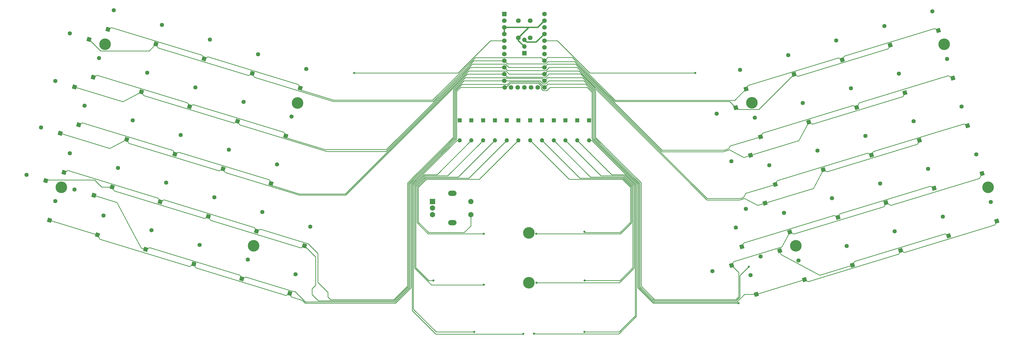
<source format=gtl>
G04 #@! TF.GenerationSoftware,KiCad,Pcbnew,8.0.6*
G04 #@! TF.CreationDate,2024-10-28T13:20:39+01:00*
G04 #@! TF.ProjectId,pteranodon,70746572-616e-46f6-946f-6e2e6b696361,rev?*
G04 #@! TF.SameCoordinates,Original*
G04 #@! TF.FileFunction,Copper,L1,Top*
G04 #@! TF.FilePolarity,Positive*
%FSLAX46Y46*%
G04 Gerber Fmt 4.6, Leading zero omitted, Abs format (unit mm)*
G04 Created by KiCad (PCBNEW 8.0.6) date 2024-10-28 13:20:39*
%MOMM*%
%LPD*%
G01*
G04 APERTURE LIST*
G04 Aperture macros list*
%AMHorizOval*
0 Thick line with rounded ends*
0 $1 width*
0 $2 $3 position (X,Y) of the first rounded end (center of the circle)*
0 $4 $5 position (X,Y) of the second rounded end (center of the circle)*
0 Add line between two ends*
20,1,$1,$2,$3,$4,$5,0*
0 Add two circle primitives to create the rounded ends*
1,1,$1,$2,$3*
1,1,$1,$4,$5*%
%AMRotRect*
0 Rectangle, with rotation*
0 The origin of the aperture is its center*
0 $1 length*
0 $2 width*
0 $3 Rotation angle, in degrees counterclockwise*
0 Add horizontal line*
21,1,$1,$2,0,0,$3*%
G04 Aperture macros list end*
G04 #@! TA.AperFunction,ComponentPad*
%ADD10R,1.600000X1.600000*%
G04 #@! TD*
G04 #@! TA.AperFunction,ComponentPad*
%ADD11O,1.600000X1.600000*%
G04 #@! TD*
G04 #@! TA.AperFunction,ComponentPad*
%ADD12RotRect,1.600000X1.600000X73.000000*%
G04 #@! TD*
G04 #@! TA.AperFunction,ComponentPad*
%ADD13HorizOval,1.600000X0.000000X0.000000X0.000000X0.000000X0*%
G04 #@! TD*
G04 #@! TA.AperFunction,ComponentPad*
%ADD14RotRect,1.600000X1.600000X197.000000*%
G04 #@! TD*
G04 #@! TA.AperFunction,ComponentPad*
%ADD15HorizOval,1.600000X0.000000X0.000000X0.000000X0.000000X0*%
G04 #@! TD*
G04 #@! TA.AperFunction,ComponentPad*
%ADD16RotRect,1.600000X1.600000X107.000000*%
G04 #@! TD*
G04 #@! TA.AperFunction,ComponentPad*
%ADD17HorizOval,1.600000X0.000000X0.000000X0.000000X0.000000X0*%
G04 #@! TD*
G04 #@! TA.AperFunction,ComponentPad*
%ADD18RotRect,1.600000X1.600000X163.000000*%
G04 #@! TD*
G04 #@! TA.AperFunction,ComponentPad*
%ADD19HorizOval,1.600000X0.000000X0.000000X0.000000X0.000000X0*%
G04 #@! TD*
G04 #@! TA.AperFunction,WasherPad*
%ADD20O,3.200000X2.000000*%
G04 #@! TD*
G04 #@! TA.AperFunction,ComponentPad*
%ADD21R,2.000000X2.000000*%
G04 #@! TD*
G04 #@! TA.AperFunction,ComponentPad*
%ADD22C,2.000000*%
G04 #@! TD*
G04 #@! TA.AperFunction,ComponentPad*
%ADD23R,1.752600X1.752600*%
G04 #@! TD*
G04 #@! TA.AperFunction,ComponentPad*
%ADD24C,1.752600*%
G04 #@! TD*
G04 #@! TA.AperFunction,ComponentPad*
%ADD25C,4.400000*%
G04 #@! TD*
G04 #@! TA.AperFunction,ComponentPad*
%ADD26R,1.700000X1.700000*%
G04 #@! TD*
G04 #@! TA.AperFunction,ComponentPad*
%ADD27O,1.700000X1.700000*%
G04 #@! TD*
G04 #@! TA.AperFunction,ComponentPad*
%ADD28C,1.800000*%
G04 #@! TD*
G04 #@! TA.AperFunction,ViaPad*
%ADD29C,0.800000*%
G04 #@! TD*
G04 #@! TA.AperFunction,Conductor*
%ADD30C,0.250000*%
G04 #@! TD*
G04 #@! TA.AperFunction,Conductor*
%ADD31C,0.508000*%
G04 #@! TD*
G04 APERTURE END LIST*
D10*
X234071897Y-137049778D03*
D11*
X234071897Y-144669778D03*
D12*
X69703701Y-108032481D03*
D13*
X71931573Y-100745439D03*
D10*
X211753713Y-137049778D03*
D11*
X211753713Y-144669778D03*
D12*
X124494226Y-124783623D03*
D13*
X126722098Y-117496581D03*
D12*
X120489315Y-202916747D03*
D13*
X122717187Y-195629705D03*
D14*
X295395408Y-150375921D03*
D15*
X288108366Y-152603793D03*
D16*
X310308740Y-179559623D03*
D17*
X308080868Y-172272581D03*
D12*
X29252105Y-175022733D03*
D13*
X31479977Y-167735691D03*
D12*
X40346150Y-138735747D03*
D13*
X42574022Y-131448705D03*
D16*
X323006481Y-155838145D03*
D17*
X320778609Y-148551103D03*
D12*
X87967208Y-113616194D03*
D13*
X90195080Y-106329152D03*
D16*
X383287797Y-157247684D03*
D17*
X381059925Y-149960642D03*
D10*
X220680985Y-137049778D03*
D11*
X220680985Y-144669778D03*
D12*
X102306137Y-197357591D03*
D13*
X104534009Y-190070549D03*
D16*
X388834819Y-175391177D03*
D17*
X386606947Y-168104135D03*
D16*
X330157203Y-113973179D03*
D17*
X327929331Y-106686137D03*
D12*
X58609657Y-144319464D03*
D13*
X60837529Y-137032422D03*
D18*
X44292385Y-106199067D03*
D19*
X37005343Y-103971195D03*
D16*
X366646732Y-102817210D03*
D17*
X364418860Y-95530168D03*
D16*
X315855763Y-197703114D03*
D17*
X313627891Y-190416072D03*
D16*
X335704226Y-132116671D03*
D17*
X333476354Y-124829629D03*
D10*
X189435533Y-137049778D03*
D11*
X189435533Y-144669778D03*
D16*
X352345291Y-186547147D03*
D17*
X350117419Y-179260105D03*
D16*
X304761719Y-161416131D03*
D17*
X302533847Y-154129089D03*
D16*
X341251248Y-150260163D03*
D17*
X339023376Y-142973121D03*
D16*
X311912438Y-119551163D03*
D17*
X309684566Y-112264121D03*
D10*
X229608257Y-137049778D03*
D11*
X229608257Y-144669778D03*
D10*
X184971897Y-137049779D03*
D11*
X184971897Y-144669779D03*
D16*
X317459461Y-137694655D03*
D17*
X315231589Y-130407613D03*
D12*
X106230719Y-119199909D03*
D13*
X108458591Y-111912867D03*
D16*
X299214695Y-143272640D03*
D17*
X296986823Y-135985598D03*
D16*
X372193755Y-120960702D03*
D17*
X369965883Y-113673660D03*
D18*
X33350740Y-141987577D03*
D19*
X26063698Y-139759705D03*
D18*
X38753769Y-124315065D03*
D19*
X31466727Y-122087193D03*
D16*
X365043034Y-162825670D03*
D17*
X362815162Y-155538628D03*
D12*
X113400181Y-161070606D03*
D13*
X115628053Y-153783564D03*
D16*
X377740775Y-139104192D03*
D17*
X375512903Y-131817150D03*
D16*
X359496011Y-144682179D03*
D17*
X357268139Y-137395137D03*
D12*
X82420186Y-131759685D03*
D13*
X84648058Y-124472643D03*
D16*
X292054603Y-185140472D03*
D17*
X289826731Y-177853430D03*
D14*
X289848386Y-132232429D03*
D15*
X282561344Y-134460301D03*
D16*
X328553503Y-173981638D03*
D17*
X326325631Y-166694596D03*
D12*
X118947205Y-142927115D03*
D13*
X121175077Y-135640073D03*
D16*
X370590057Y-180969161D03*
D17*
X368362185Y-173682119D03*
D16*
X297601624Y-203283964D03*
D17*
X295373752Y-195996922D03*
D12*
X65779120Y-186190163D03*
D13*
X68006992Y-178903121D03*
D10*
X225144621Y-137049779D03*
D11*
X225144621Y-144669779D03*
D12*
X84042629Y-191773875D03*
D13*
X86270501Y-184486833D03*
D12*
X47515614Y-180606445D03*
D13*
X49743486Y-173319403D03*
D12*
X95136671Y-155486892D03*
D13*
X97364543Y-148199850D03*
D18*
X46100114Y-165607201D03*
D19*
X38813072Y-163379329D03*
D10*
X202826441Y-137049779D03*
D11*
X202826441Y-144669779D03*
D12*
X107853157Y-179214099D03*
D13*
X110081029Y-171927057D03*
D10*
X198362805Y-137049778D03*
D11*
X198362805Y-144669778D03*
D16*
X346798268Y-168403655D03*
D17*
X344570396Y-161116613D03*
D12*
X100683695Y-137343400D03*
D13*
X102911567Y-130056358D03*
D16*
X334100527Y-192125132D03*
D17*
X331872655Y-184838090D03*
D12*
X64156679Y-126175971D03*
D13*
X66384551Y-118888929D03*
D10*
X193899169Y-137049778D03*
D11*
X193899169Y-144669778D03*
D12*
X51440194Y-102448763D03*
D13*
X53668066Y-95161721D03*
D14*
X300942431Y-168519413D03*
D15*
X293655389Y-170747285D03*
D12*
X53062635Y-162462953D03*
D13*
X55290507Y-155175911D03*
D18*
X27836609Y-160023485D03*
D19*
X20549567Y-157795613D03*
D10*
X207290077Y-137049778D03*
D11*
X207290077Y-144669778D03*
D16*
X353948989Y-126538687D03*
D17*
X351721117Y-119251645D03*
D12*
X89589651Y-173630383D03*
D13*
X91817523Y-166343341D03*
D12*
X126036339Y-184773254D03*
D13*
X128264211Y-177486212D03*
D16*
X348401966Y-108395195D03*
D17*
X346174094Y-101108153D03*
D14*
X306489453Y-186662905D03*
D15*
X299202411Y-188890777D03*
D10*
X216217349Y-137049778D03*
D11*
X216217349Y-144669778D03*
D12*
X34799125Y-156879240D03*
D13*
X37026997Y-149592198D03*
D12*
X45893172Y-120592255D03*
D13*
X48121044Y-113305213D03*
D14*
X288225943Y-192246617D03*
D15*
X280938901Y-194474489D03*
D16*
X293667673Y-125129149D03*
D17*
X291439801Y-117842107D03*
D12*
X76873165Y-149903177D03*
D13*
X79101037Y-142616135D03*
D12*
X71326142Y-168046669D03*
D13*
X73554014Y-160759627D03*
D20*
X182201522Y-176017278D03*
X182201522Y-164817278D03*
D21*
X174701522Y-167917278D03*
D22*
X174701522Y-172917278D03*
X174701522Y-170417278D03*
X189201522Y-172917278D03*
X189201522Y-167917278D03*
D23*
X201899118Y-96559778D03*
D24*
X201899118Y-99099778D03*
X201899118Y-101639778D03*
X201899118Y-104179778D03*
X201899118Y-106719778D03*
X201899118Y-109259778D03*
X201899118Y-111799778D03*
X201899118Y-114339778D03*
X201899118Y-116879778D03*
X201899118Y-119419778D03*
X201899118Y-121959778D03*
X217139118Y-124499778D03*
X217139118Y-121959778D03*
X217139118Y-119419778D03*
X217139118Y-116879778D03*
X217139118Y-114339778D03*
X217139118Y-111799778D03*
X217139118Y-109259778D03*
X217139118Y-106719778D03*
X217139118Y-104179778D03*
X217139118Y-101639778D03*
X217139118Y-99099778D03*
X202127718Y-124499778D03*
X217139118Y-96559778D03*
X214599118Y-124499778D03*
X212059118Y-124499778D03*
X209519118Y-124499778D03*
X206979118Y-124499778D03*
X204439118Y-124499778D03*
D25*
X211233521Y-198876028D03*
X211233521Y-179903528D03*
X123441904Y-130397503D03*
X50387870Y-108062644D03*
X33746803Y-162493119D03*
X106800838Y-184827978D03*
X368913559Y-108059780D03*
X295934502Y-130371717D03*
D26*
X209519118Y-111484778D03*
D27*
X209519118Y-108944778D03*
X209519118Y-106404778D03*
D28*
X211769118Y-99109779D03*
X207269118Y-105609779D03*
X207269118Y-99109779D03*
X211769118Y-105609779D03*
D25*
X385554626Y-162490255D03*
X312575568Y-184802193D03*
D29*
X214130000Y-198830000D03*
X214020000Y-180210000D03*
X144949522Y-119007675D03*
X274424522Y-118984778D03*
X194134522Y-180199778D03*
X232314522Y-179464778D03*
X175024522Y-197989778D03*
X194094522Y-199569779D03*
X232444522Y-198009779D03*
X190499522Y-217559779D03*
X209099521Y-218284778D03*
X213184522Y-218279778D03*
X232294522Y-217559778D03*
X294699521Y-192759779D03*
X290849522Y-206609778D03*
D30*
X27836609Y-160023485D02*
X28153104Y-159706990D01*
X28153104Y-159706990D02*
X46356990Y-159706990D01*
X46356990Y-159706990D02*
X49112953Y-162462953D01*
X49112953Y-162462953D02*
X53062635Y-162462953D01*
X214130000Y-198830000D02*
X245630696Y-198830000D01*
X245630696Y-198830000D02*
X246010918Y-198449778D01*
X214020000Y-180210000D02*
X246014300Y-180210000D01*
X230597349Y-159049779D02*
X216217349Y-144669778D01*
X246014300Y-180210000D02*
X250254522Y-175969778D01*
X250254522Y-175969778D02*
X250254522Y-162343382D01*
X250254522Y-162343382D02*
X246960917Y-159049778D01*
X246960917Y-159049778D02*
X230597349Y-159049779D01*
X69703701Y-108032481D02*
X67148538Y-110587644D01*
X67148538Y-110587644D02*
X48680962Y-110587644D01*
X48680962Y-110587644D02*
X44292385Y-106199067D01*
X311912438Y-119551163D02*
X298566884Y-132896717D01*
X298566884Y-132896717D02*
X290512674Y-132896717D01*
X290512674Y-132896717D02*
X289848386Y-132232429D01*
X144949522Y-119007675D02*
X184417437Y-119007675D01*
X184417437Y-119007675D02*
X196705334Y-106719778D01*
X196705334Y-106719778D02*
X201899118Y-106719778D01*
X222109521Y-106719778D02*
X234374522Y-118984778D01*
X234374522Y-118984778D02*
X274424522Y-118984778D01*
X217139117Y-106719779D02*
X222109521Y-106719778D01*
X291230501Y-167332775D02*
X278801934Y-167332775D01*
X323006481Y-155838145D02*
X319237832Y-162925948D01*
X33350740Y-141987577D02*
X52172731Y-147742037D01*
X359496011Y-144682179D02*
X358749087Y-146086940D01*
X187825918Y-119419778D02*
X141735213Y-165510484D01*
X234284522Y-137049778D02*
X234746897Y-136587403D01*
X358749087Y-146086940D02*
X324411245Y-156585071D01*
X300942431Y-168519413D02*
X298086576Y-169392535D01*
X298086576Y-169392535D02*
X293123984Y-166753879D01*
X278801934Y-167332775D02*
X230853937Y-119384779D01*
X234071897Y-137049778D02*
X234284522Y-137049778D01*
X230853937Y-119384779D02*
X218873013Y-119384778D01*
X324411245Y-156585071D02*
X323006481Y-155838145D01*
X95883597Y-156891652D02*
X124074522Y-165510483D01*
X293123984Y-166753879D02*
X291230501Y-167332775D01*
X203100418Y-120621079D02*
X201899117Y-119419778D01*
X218873013Y-119384778D02*
X217636713Y-120621078D01*
X52172731Y-147742037D02*
X58609657Y-144319464D01*
X95136671Y-155486892D02*
X95883597Y-156891652D01*
X201899117Y-119419778D02*
X187825918Y-119419778D01*
X217636713Y-120621078D02*
X203100418Y-120621079D01*
X59356581Y-145724224D02*
X93731910Y-156233817D01*
X93731910Y-156233817D02*
X95136671Y-155486892D01*
X141735213Y-165510484D02*
X124074522Y-165510483D01*
X58609657Y-144319464D02*
X59356581Y-145724224D01*
X319237832Y-162925948D02*
X300942431Y-168519413D01*
D31*
X201899118Y-101639778D02*
X207424522Y-101639779D01*
X207424522Y-101639779D02*
X211224521Y-101639778D01*
X207269118Y-106694779D02*
X207269118Y-105609778D01*
X214599118Y-101639779D02*
X217139118Y-99099778D01*
X209519118Y-108944778D02*
X207269118Y-106694779D01*
X207269118Y-105609778D02*
X211224522Y-101654374D01*
X211224522Y-101654374D02*
X211224521Y-101639778D01*
X211224521Y-101639778D02*
X214599118Y-101639779D01*
X201899118Y-104179778D02*
X201899118Y-101639778D01*
X210369117Y-107254778D02*
X214064117Y-107254779D01*
X209519117Y-106404778D02*
X210369117Y-107254778D01*
X214064117Y-107254779D02*
X217139118Y-104179778D01*
D30*
X174699521Y-129361986D02*
X190923030Y-113138478D01*
X174699521Y-129361986D02*
X137160671Y-129361987D01*
X51440194Y-102448763D02*
X52844953Y-101701839D01*
X244035917Y-129384778D02*
X289374522Y-129384778D01*
X215937818Y-113138478D02*
X217139118Y-114339778D01*
X190923030Y-113138478D02*
X215937818Y-113138478D01*
X89371969Y-112869267D02*
X123747302Y-123378863D01*
X87967208Y-113616194D02*
X89371969Y-112869267D01*
X294414598Y-123724386D02*
X293667673Y-125129149D01*
X137159270Y-129361558D02*
X137149522Y-129358578D01*
X137160671Y-129361987D02*
X137159742Y-129361702D01*
X52844953Y-101701839D02*
X87220284Y-112211433D01*
X125585389Y-125823068D02*
X137149522Y-129358578D01*
X330922739Y-112533417D02*
X330157203Y-113973179D01*
X124494226Y-124783623D02*
X124942382Y-125626479D01*
X137159742Y-129361702D02*
X137159284Y-129361562D01*
X365206970Y-102051674D02*
X330922739Y-112533417D01*
X87220284Y-112211433D02*
X87967208Y-113616194D01*
X289374522Y-129384778D02*
X293630151Y-125129148D01*
X123747302Y-123378863D02*
X124494226Y-124783623D01*
X124942382Y-125626479D02*
X125585389Y-125823068D01*
X227760918Y-113109778D02*
X244035917Y-129384778D01*
X218369118Y-113109778D02*
X227760918Y-113109778D01*
X366646732Y-102817210D02*
X365206970Y-102051674D01*
X328752441Y-113226253D02*
X294414598Y-123724386D01*
X137159284Y-129361562D02*
X137159270Y-129361558D01*
X293630151Y-125129148D02*
X293667673Y-125129149D01*
X330157203Y-113973179D02*
X328752441Y-113226253D01*
X217139118Y-114339778D02*
X218369118Y-113109778D01*
X218449522Y-114728270D02*
X217636713Y-115541079D01*
X217636713Y-115541079D02*
X203100417Y-115541078D01*
X69703701Y-108032481D02*
X70450625Y-109437239D01*
X348401966Y-108395195D02*
X347655041Y-109799957D01*
X313317201Y-120298088D02*
X311912438Y-119551163D01*
X106977642Y-120604671D02*
X137099520Y-129813852D01*
X174885918Y-129811986D02*
X190358126Y-114339779D01*
X228699522Y-114684778D02*
X218449521Y-114684778D01*
X243849522Y-129834780D02*
X228699522Y-114684778D01*
X287450734Y-129834778D02*
X243849522Y-129834780D01*
X137099520Y-129813852D02*
X137221019Y-129813852D01*
X70450625Y-109437239D02*
X104825958Y-119946832D01*
X190358126Y-114339779D02*
X201899118Y-114339779D01*
X104825958Y-119946832D02*
X106230719Y-119199909D01*
X106230719Y-119199909D02*
X106977642Y-120604671D01*
X137222885Y-129811986D02*
X174885918Y-129811986D01*
X218449521Y-114684778D02*
X218449522Y-114728270D01*
X347655041Y-109799957D02*
X313317201Y-120298088D01*
X203100417Y-115541078D02*
X201899118Y-114339779D01*
X289848386Y-132232429D02*
X287450734Y-129834778D01*
X137221019Y-129813852D02*
X137222885Y-129811986D01*
X217753222Y-118081079D02*
X203100418Y-118081078D01*
X313690810Y-144782456D02*
X295395408Y-150375921D01*
X101430619Y-138748161D02*
X134630002Y-148898230D01*
X317459461Y-137694655D02*
X313690810Y-144782456D01*
X353202065Y-127943448D02*
X318864223Y-138441579D01*
X64903604Y-127580733D02*
X99278933Y-138090325D01*
X295395408Y-150375921D02*
X292881432Y-151144520D01*
X261687483Y-148945533D02*
X229651730Y-116909778D01*
X284950171Y-148945531D02*
X261687483Y-148945533D01*
X134630002Y-148898230D02*
X157072466Y-148898231D01*
X57104779Y-129925533D02*
X64156679Y-126175971D01*
X157072466Y-148898231D02*
X189090918Y-116879778D01*
X218924522Y-116909778D02*
X217753222Y-118081079D01*
X353948989Y-126538687D02*
X353202065Y-127943448D01*
X287360059Y-148208754D02*
X284950171Y-148945531D01*
X318864223Y-138441579D02*
X317459461Y-137694655D01*
X99278933Y-138090325D02*
X100683695Y-137343400D01*
X203100418Y-118081078D02*
X201899117Y-116879778D01*
X100683695Y-137343400D02*
X101430619Y-138748161D01*
X292881432Y-151144520D02*
X287360059Y-148208754D01*
X189090918Y-116879778D02*
X201899117Y-116879778D01*
X64156679Y-126175971D02*
X64903604Y-127580733D01*
X38753769Y-124315065D02*
X57104779Y-129925533D01*
X229651730Y-116909778D02*
X218924522Y-116909778D01*
X341998172Y-148855402D02*
X341251248Y-150260163D01*
X339846485Y-149513237D02*
X305508644Y-160011369D01*
X217139118Y-119419778D02*
X218349117Y-118209778D01*
X113848335Y-161913464D02*
X114596541Y-162142213D01*
X278905664Y-166800109D02*
X291433640Y-166800108D01*
X114596541Y-162142213D02*
X124130899Y-165057159D01*
X376336017Y-138357270D02*
X341998172Y-148855402D01*
X40346150Y-138735747D02*
X41750911Y-137988823D01*
X76126238Y-148498415D02*
X76873165Y-149903177D01*
X184971897Y-137049779D02*
X184296896Y-136374779D01*
X78277926Y-149156253D02*
X112653256Y-159665846D01*
X41750911Y-137988823D02*
X76126238Y-148498415D01*
X113400181Y-161070606D02*
X113848335Y-161913464D01*
X218349117Y-118209778D02*
X230315334Y-118209778D01*
X341251248Y-150260163D02*
X339846485Y-149513237D01*
X124130899Y-165057159D02*
X141552140Y-165057159D01*
X377740775Y-139104192D02*
X376336017Y-138357270D01*
X292686399Y-166417101D02*
X293517623Y-164853796D01*
X76873165Y-149903177D02*
X78277926Y-149156253D01*
X305508644Y-160011369D02*
X304761719Y-161416131D01*
X291433640Y-166800108D02*
X292686399Y-166417101D01*
X230315334Y-118209778D02*
X278905664Y-166800109D01*
X112653256Y-159665846D02*
X113400181Y-161070606D01*
X141552140Y-165057159D02*
X188390822Y-118218478D01*
X203759522Y-119419778D02*
X217139118Y-119419778D01*
X293517623Y-164853796D02*
X304761719Y-161416131D01*
X188390822Y-118218478D02*
X202558222Y-118218478D01*
X202558222Y-118218478D02*
X203759522Y-119419778D01*
X169233713Y-175789778D02*
X173193713Y-179749778D01*
X207290077Y-144674223D02*
X192724521Y-159239779D01*
X172263713Y-159509778D02*
X169233712Y-162539778D01*
X207290077Y-144669778D02*
X207290077Y-144674223D01*
X186703713Y-179749778D02*
X189201522Y-177251969D01*
X169233712Y-162539778D02*
X169233713Y-175789778D01*
X192443713Y-159509778D02*
X172263713Y-159509778D01*
X192713713Y-159239778D02*
X192443713Y-159509778D01*
X173193713Y-179749778D02*
X186703713Y-179749778D01*
X192724521Y-159239779D02*
X192713713Y-159239778D01*
X189201522Y-177251969D02*
X189201522Y-172917278D01*
X172077317Y-159059778D02*
X168783713Y-162353383D01*
X202826441Y-144674224D02*
X188440886Y-159059779D01*
X173003712Y-180199779D02*
X194134522Y-180199778D01*
X188440886Y-159059779D02*
X172077317Y-159059778D01*
X168783713Y-175979778D02*
X173003712Y-180199779D01*
X168783713Y-162353383D02*
X168783713Y-175979778D01*
X202826441Y-144669778D02*
X202826441Y-144674224D01*
X226313713Y-159229778D02*
X226324522Y-159229778D01*
X249804522Y-175779778D02*
X245844522Y-179739778D01*
X211753713Y-144669778D02*
X226313713Y-159229778D01*
X232314522Y-179719779D02*
X232314522Y-179464778D01*
X246774522Y-159499778D02*
X249804522Y-162529778D01*
X226324522Y-159229778D02*
X226594522Y-159499778D01*
X232334522Y-179739778D02*
X232314522Y-179719779D01*
X226594522Y-159499778D02*
X246774522Y-159499778D01*
X249804522Y-162529778D02*
X249804522Y-175779778D01*
X245844522Y-179739778D02*
X232334522Y-179739778D01*
X168333713Y-162166986D02*
X168333713Y-193129778D01*
X173213713Y-198009778D02*
X173233713Y-197989779D01*
X184427250Y-158609778D02*
X171890921Y-158609778D01*
X168333713Y-193129778D02*
X173213713Y-198009778D01*
X171890921Y-158609778D02*
X168333713Y-162166986D01*
X173233713Y-197989779D02*
X175024522Y-197989778D01*
X198362804Y-144674223D02*
X184427250Y-158609778D01*
X198362805Y-144669779D02*
X198362804Y-144674223D01*
X173027317Y-198459779D02*
X167863713Y-193296174D01*
X167863713Y-162000590D02*
X171704525Y-158159778D01*
X174222317Y-199654778D02*
X194009521Y-199654779D01*
X192924068Y-145644879D02*
X192924068Y-145649324D01*
X193899168Y-144669779D02*
X192924068Y-145644879D01*
X171704525Y-158159778D02*
X180413614Y-158159778D01*
X167863713Y-193296174D02*
X167863713Y-162000590D01*
X180413614Y-158159778D02*
X192924068Y-145649324D01*
X192924068Y-145649324D02*
X193893614Y-144679778D01*
X194009521Y-199654779D02*
X194094522Y-199569779D01*
X173027317Y-198459779D02*
X174222317Y-199654778D01*
X251174521Y-193286174D02*
X251174522Y-161990590D01*
X251174522Y-161990590D02*
X247333710Y-158149778D01*
X246010918Y-198449778D02*
X251174521Y-193286174D01*
X247333710Y-158149778D02*
X238624620Y-158149778D01*
X238624620Y-158149778D02*
X225144621Y-144669778D01*
X247147314Y-158599778D02*
X250704521Y-162156986D01*
X234610985Y-158599778D02*
X235384522Y-158599778D01*
X250704521Y-162156986D02*
X250704522Y-193119778D01*
X232454522Y-197999779D02*
X232444522Y-198009779D01*
X220680985Y-144669778D02*
X234610985Y-158599778D01*
X250704522Y-193119778D02*
X245824522Y-197999778D01*
X235384522Y-158599778D02*
X247147314Y-158599778D01*
X245824522Y-197999778D02*
X232454522Y-197999779D01*
X167413713Y-208898970D02*
X167413713Y-161814194D01*
X176399978Y-157709778D02*
X189435533Y-144674223D01*
X167413713Y-161814194D02*
X171518127Y-157709778D01*
X190499522Y-217559779D02*
X176074522Y-217559778D01*
X189435533Y-144674223D02*
X189435533Y-144669778D01*
X176074522Y-217559778D02*
X167413713Y-208898970D01*
X171518127Y-157709778D02*
X176399978Y-157709778D01*
X208974522Y-218409779D02*
X175899217Y-218409779D01*
X166963713Y-209474274D02*
X166963713Y-161627798D01*
X209099521Y-218284778D02*
X208974522Y-218409779D01*
X181174522Y-147416989D02*
X181174522Y-147409778D01*
X175899217Y-218409779D02*
X166963713Y-209474274D01*
X183849522Y-144734778D02*
X184906897Y-144734779D01*
X181174522Y-147409778D02*
X183849522Y-144734778D01*
X184906897Y-144734779D02*
X184971897Y-144669778D01*
X166963713Y-161627798D02*
X181174522Y-147416989D01*
X252074522Y-161617799D02*
X252074521Y-211656174D01*
X247706502Y-157249778D02*
X252074522Y-161617799D01*
X213189522Y-218284778D02*
X245445918Y-218284778D01*
X235126502Y-144669778D02*
X247983011Y-157526288D01*
X213184522Y-218279778D02*
X213189522Y-218284778D01*
X252074521Y-211656174D02*
X245700918Y-218029778D01*
X234071897Y-144669780D02*
X235126502Y-144669778D01*
X245445918Y-218284778D02*
X245700918Y-218029778D01*
X251624522Y-161804194D02*
X251624522Y-211469778D01*
X247520105Y-157699778D02*
X251624522Y-161804194D01*
X229608256Y-144669779D02*
X242638257Y-157699778D01*
X251624522Y-211469778D02*
X245534522Y-217559779D01*
X242638257Y-157699778D02*
X247520105Y-157699778D01*
X245534522Y-217559779D02*
X232294522Y-217559778D01*
X291361043Y-204367930D02*
X289996617Y-205732357D01*
X126036339Y-184773254D02*
X130302971Y-189039887D01*
X131335811Y-205721067D02*
X160215440Y-205721067D01*
X232131146Y-121934778D02*
X218849521Y-121934778D01*
X182946897Y-125571591D02*
X186558710Y-121959778D01*
X258819892Y-205732357D02*
X253424522Y-200336986D01*
X128959969Y-203345225D02*
X131335811Y-205721067D01*
X232465334Y-122275592D02*
X232465334Y-122268966D01*
X289996617Y-205732357D02*
X258819892Y-205732357D01*
X363638274Y-162078746D02*
X329300427Y-172576879D01*
X294699521Y-192759779D02*
X291361043Y-196098256D01*
X165610810Y-161071513D02*
X178854232Y-147828092D01*
X215440222Y-121959778D02*
X201899118Y-121959778D01*
X328553503Y-173981638D02*
X327148746Y-173234714D01*
X186558710Y-121959778D02*
X201899118Y-121959778D01*
X178854232Y-147820880D02*
X182946897Y-143728215D01*
X236099522Y-143733611D02*
X236099522Y-125909779D01*
X217628912Y-123168878D02*
X216649323Y-123168878D01*
X90336575Y-175035145D02*
X124631578Y-185520180D01*
X236099522Y-125909779D02*
X232465334Y-122275592D01*
X292801527Y-183735713D02*
X292054603Y-185140472D01*
X232465334Y-122268966D02*
X232131146Y-121934778D01*
X327148746Y-173234714D02*
X292801527Y-183735713D01*
X253424522Y-200336986D02*
X253424522Y-161058612D01*
X291361043Y-196098256D02*
X291361043Y-204367930D01*
X89589651Y-173630383D02*
X90336575Y-175035145D01*
X253424522Y-161058612D02*
X236099522Y-143733611D01*
X130302971Y-189039887D02*
X130302972Y-199806328D01*
X178854232Y-147828092D02*
X178854232Y-147820880D01*
X88184890Y-174377309D02*
X89589651Y-173630383D01*
X126036339Y-184773254D02*
X125924495Y-185139080D01*
X128959968Y-201149332D02*
X128959969Y-203345225D01*
X365043034Y-162825670D02*
X363638274Y-162078746D01*
X160215440Y-205721067D02*
X165610811Y-200325696D01*
X218849522Y-121948269D02*
X217628912Y-123168878D01*
X329300427Y-172576879D02*
X328553503Y-173981638D01*
X218849521Y-121934778D02*
X218849522Y-121948269D01*
X216649323Y-123168878D02*
X215440222Y-121959778D01*
X53809561Y-163867716D02*
X88184890Y-174377309D01*
X124631578Y-185520180D02*
X126036339Y-184773254D01*
X182946897Y-143728215D02*
X182946897Y-125571591D01*
X53062635Y-162462953D02*
X53809561Y-163867716D01*
X130302972Y-199806328D02*
X128959968Y-201149332D01*
X165610811Y-200325696D02*
X165610810Y-161071513D01*
X189699522Y-115634778D02*
X157166360Y-148167941D01*
X285325443Y-148360238D02*
X285325444Y-148360236D01*
X217139117Y-116879778D02*
X218359118Y-115659780D01*
X118200280Y-141522354D02*
X118947205Y-142927115D01*
X120143563Y-143998721D02*
X119363285Y-143760166D01*
X83824947Y-131012760D02*
X118200280Y-141522354D01*
X370394289Y-120003909D02*
X336661020Y-130317204D01*
X119363285Y-143760166D02*
X118937398Y-142959189D01*
X334299464Y-131369745D02*
X299961620Y-141867877D01*
X285325444Y-148360236D02*
X287113735Y-147813502D01*
X285113867Y-148424923D02*
X285325443Y-148360238D01*
X287113735Y-147813502D02*
X287647848Y-146808981D01*
X299961620Y-141867877D02*
X299214695Y-143272640D01*
X202353013Y-115634778D02*
X189699522Y-115634778D01*
X157166360Y-148167941D02*
X133780469Y-148167940D01*
X81673261Y-130354923D02*
X82420186Y-131759685D01*
X372193755Y-120960702D02*
X370394289Y-120003909D01*
X133780469Y-148167940D02*
X120143563Y-143998721D01*
X336661020Y-130317204D02*
X335704226Y-132116671D01*
X47297933Y-119845332D02*
X81673261Y-130354923D01*
X45893172Y-120592255D02*
X47297933Y-119845332D01*
X261803271Y-148424923D02*
X285113867Y-148424923D01*
X287647848Y-146808981D02*
X299214695Y-143272640D01*
X229038125Y-115659778D02*
X261803271Y-148424923D01*
X217139117Y-116879778D02*
X203598013Y-116879778D01*
X203598013Y-116879778D02*
X202353013Y-115634778D01*
X118937398Y-142959189D02*
X118947205Y-142927115D01*
X82420186Y-131759685D02*
X83824947Y-131012760D01*
X218359118Y-115659780D02*
X229038125Y-115659778D01*
X335704226Y-132116671D02*
X334299464Y-131369745D01*
X165160811Y-200139301D02*
X165160811Y-160885116D01*
X288225943Y-192246617D02*
X288972868Y-190841859D01*
X289810221Y-205282357D02*
X290911042Y-204181534D01*
X288972868Y-190841859D02*
X307287016Y-185242662D01*
X311756543Y-180329433D02*
X346028459Y-169851457D01*
X346798268Y-168403655D02*
X348670619Y-169399202D01*
X218299521Y-120784778D02*
X231617542Y-120784779D01*
X72738038Y-167301925D02*
X107106233Y-177809338D01*
X187123614Y-120758478D02*
X202573222Y-120758478D01*
X253874522Y-200150590D02*
X259006289Y-205282357D01*
X127476922Y-184037281D02*
X131149522Y-187709882D01*
X259006289Y-205282357D02*
X289810221Y-205282357D01*
X202885822Y-121071078D02*
X216250417Y-121071078D01*
X134960997Y-202528642D02*
X134960997Y-204257542D01*
X71326142Y-168046669D02*
X71333278Y-168048851D01*
X253874522Y-160872215D02*
X253874522Y-200150590D01*
X182496897Y-125385196D02*
X187123614Y-120758478D01*
X218299522Y-120799374D02*
X218299521Y-120784778D01*
X167167836Y-158870881D02*
X182496897Y-143541819D01*
X134960997Y-204257542D02*
X135974522Y-205271067D01*
X165160811Y-160885116D02*
X167167836Y-158878092D01*
X346028459Y-169851457D02*
X346798268Y-168403655D01*
X217139118Y-121959778D02*
X218299522Y-120799374D01*
X382292249Y-159120039D02*
X383287797Y-157247684D01*
X310308740Y-179559623D02*
X311756543Y-180329433D01*
X216250417Y-121071078D02*
X217139118Y-121959778D01*
X236549522Y-125716758D02*
X236549522Y-143547214D01*
X290911043Y-194931716D02*
X288225943Y-192246617D01*
X109257918Y-178467173D02*
X127476922Y-184037281D01*
X131149522Y-198717168D02*
X134960997Y-202528642D01*
X160029044Y-205271067D02*
X165160811Y-200139301D01*
X167167836Y-158878092D02*
X167167836Y-158870881D01*
X71333278Y-168048851D02*
X72738038Y-167301925D01*
X135974522Y-205271067D02*
X160029044Y-205271067D01*
X231617542Y-120784779D02*
X236549522Y-125716758D01*
X36203889Y-156132315D02*
X70579218Y-166641906D01*
X348670619Y-169399202D02*
X382292249Y-159120039D01*
X107106233Y-177809338D02*
X107853157Y-179214099D01*
X70579218Y-166641906D02*
X71326142Y-168046669D01*
X236549522Y-143547214D02*
X253874522Y-160872215D01*
X34799125Y-156879240D02*
X36203889Y-156132315D01*
X307287016Y-185242662D02*
X310308740Y-179559623D01*
X131149522Y-187709882D02*
X131149522Y-198717168D01*
X290911042Y-204181534D02*
X290911043Y-194931716D01*
X182496897Y-143541819D02*
X182496897Y-125385196D01*
X202573222Y-120758478D02*
X202885822Y-121071078D01*
X107853157Y-179214099D02*
X109257918Y-178467173D01*
X120451296Y-203041105D02*
X121104202Y-204269041D01*
X215937818Y-124002184D02*
X215937818Y-124997374D01*
X334847453Y-190720370D02*
X334100527Y-192125132D01*
X334100527Y-192125132D02*
X321621333Y-195940403D01*
X214838610Y-122902977D02*
X215937818Y-124002184D01*
X48374364Y-182221523D02*
X82427553Y-192632627D01*
X82427553Y-192632627D02*
X84042629Y-191773875D01*
X180724520Y-147223382D02*
X183846897Y-144101007D01*
X218058222Y-125701078D02*
X219274522Y-124484778D01*
X306939132Y-188133739D02*
X306489453Y-186662905D01*
X252524522Y-161431402D02*
X252524522Y-200709779D01*
X370590057Y-180969161D02*
X369185294Y-180222237D01*
X29252105Y-175022733D02*
X47515612Y-180606447D01*
X235196897Y-144103777D02*
X252524522Y-161431402D01*
X183846897Y-125944384D02*
X185291502Y-124499779D01*
X126299086Y-206634778D02*
X132372100Y-206634778D01*
X233401729Y-124484778D02*
X235199522Y-126282570D01*
X121474237Y-204392629D02*
X125194262Y-205529955D01*
X121104202Y-204269041D02*
X121110841Y-204281526D01*
X369185294Y-180222237D02*
X334847453Y-190720370D01*
X216641523Y-125701079D02*
X218058222Y-125701078D01*
X183846897Y-144101007D02*
X183846897Y-125944384D01*
X258447101Y-206632359D02*
X290826943Y-206632357D01*
X219274522Y-124484778D02*
X233401729Y-124484778D01*
X166510811Y-200698489D02*
X166510811Y-161444304D01*
X166510811Y-161444304D02*
X180724522Y-147230593D01*
X202127718Y-124499779D02*
X202620918Y-124499778D01*
X252524522Y-200709779D02*
X258447101Y-206632359D01*
X119074028Y-203669268D02*
X120489315Y-202916747D01*
X47515612Y-180606447D02*
X47515614Y-180606445D01*
X204217720Y-122902976D02*
X214838610Y-122902977D01*
X235196897Y-136137403D02*
X235196897Y-144103777D01*
X132385811Y-206621067D02*
X160588232Y-206621068D01*
X84795151Y-193189164D02*
X119074028Y-203669268D01*
X290826943Y-206632357D02*
X290849522Y-206609778D01*
X235199522Y-136134778D02*
X235196897Y-136137403D01*
X185291502Y-124499779D02*
X202127718Y-124499779D01*
X235199522Y-126282570D02*
X235199522Y-136134778D01*
X160588232Y-206621068D02*
X166510811Y-200698489D01*
X84042629Y-191773875D02*
X84795151Y-193189164D01*
X321621333Y-195940403D02*
X306939132Y-188133739D01*
X180724522Y-147230593D02*
X180724520Y-147223382D01*
X120489315Y-202916747D02*
X120451296Y-203041105D01*
X215937818Y-124997374D02*
X216641523Y-125701079D01*
X121110841Y-204281526D02*
X121474237Y-204392629D01*
X132372100Y-206634778D02*
X132385811Y-206621067D01*
X202620918Y-124499778D02*
X204217720Y-122902976D01*
X125194262Y-205529955D02*
X126299086Y-206634778D01*
X47515614Y-180606445D02*
X48374364Y-182221523D01*
X315855763Y-197703114D02*
X317260525Y-198450040D01*
X65779120Y-186190163D02*
X65893841Y-186225235D01*
X122432728Y-202117984D02*
X126499522Y-206184778D01*
X293150030Y-203283964D02*
X297601624Y-203283964D01*
X235646896Y-138484778D02*
X235649522Y-138482153D01*
X179304232Y-148007276D02*
X183396897Y-143914612D01*
X235649522Y-126096174D02*
X232788126Y-123234778D01*
X126799522Y-206184778D02*
X126813233Y-206171067D01*
X297601624Y-203283964D02*
X315855762Y-197703114D01*
X232788126Y-123234778D02*
X218404118Y-123234778D01*
X315855762Y-197703114D02*
X315855763Y-197703114D01*
X183396897Y-143914612D02*
X183396896Y-125757987D01*
X126499522Y-206184778D02*
X126799522Y-206184778D01*
X351598366Y-187951909D02*
X352345291Y-186547147D01*
X121724521Y-202117985D02*
X122432728Y-202117984D01*
X166060811Y-200512092D02*
X166060810Y-161257908D01*
X284249522Y-206182357D02*
X290251638Y-206182357D01*
X215049117Y-122409778D02*
X217139118Y-124499778D01*
X65893841Y-186225235D02*
X67298603Y-185478312D01*
X218404118Y-123234778D02*
X217139118Y-124499778D01*
X235649522Y-138482153D02*
X235649522Y-126096174D01*
X235646897Y-143917381D02*
X235646896Y-138484778D01*
X103710897Y-196610666D02*
X121724521Y-202117985D01*
X160401836Y-206171068D02*
X166060811Y-200512092D01*
X317260525Y-198450040D02*
X351598366Y-187951909D01*
X183396896Y-125757987D02*
X185856406Y-123298479D01*
X179304232Y-148014487D02*
X179304232Y-148007276D01*
X258633497Y-206182358D02*
X252974522Y-200523383D01*
X61906903Y-181549217D02*
X61896327Y-181583805D01*
X284249522Y-206182357D02*
X258633497Y-206182358D01*
X252974522Y-161245006D02*
X235646897Y-143917381D01*
X203185821Y-123298478D02*
X204074522Y-122409778D01*
X204074522Y-122409778D02*
X215049117Y-122409778D01*
X64067299Y-185666805D02*
X65779120Y-186190163D01*
X46100114Y-165607201D02*
X54853298Y-168283316D01*
X102306137Y-197357591D02*
X103710897Y-196610666D01*
X126813233Y-206171067D02*
X160401836Y-206171068D01*
X252974522Y-200523383D02*
X252974522Y-161245006D01*
X101559211Y-195952829D02*
X102306137Y-197357591D01*
X388087892Y-176795940D02*
X388834819Y-175391177D01*
X67298603Y-185478312D02*
X101559211Y-195952829D01*
X353750052Y-187294072D02*
X388087892Y-176795940D01*
X54853298Y-168283316D02*
X61906903Y-181549217D01*
X290251638Y-206182357D02*
X293150030Y-203283964D01*
X61896327Y-181583805D02*
X64067299Y-185666805D01*
X185856406Y-123298479D02*
X203185821Y-123298478D01*
X352345291Y-186547147D02*
X353750052Y-187294072D01*
X166060810Y-161257908D02*
X179304232Y-148014487D01*
M02*

</source>
